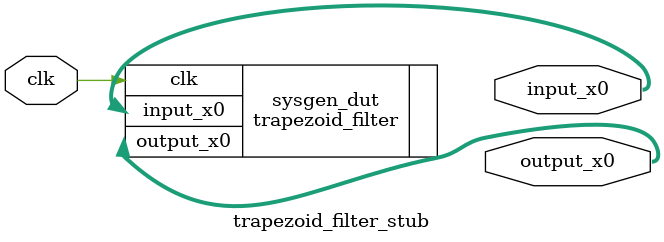
<source format=v>
`timescale 1 ns / 10 ps
module trapezoid_filter_stub (
  input clk,
  output [32-1:0] input_x0,
  output [32-1:0] output_x0
);
  trapezoid_filter sysgen_dut (
    .clk(clk),
    .input_x0(input_x0),
    .output_x0(output_x0)
  );
endmodule

</source>
